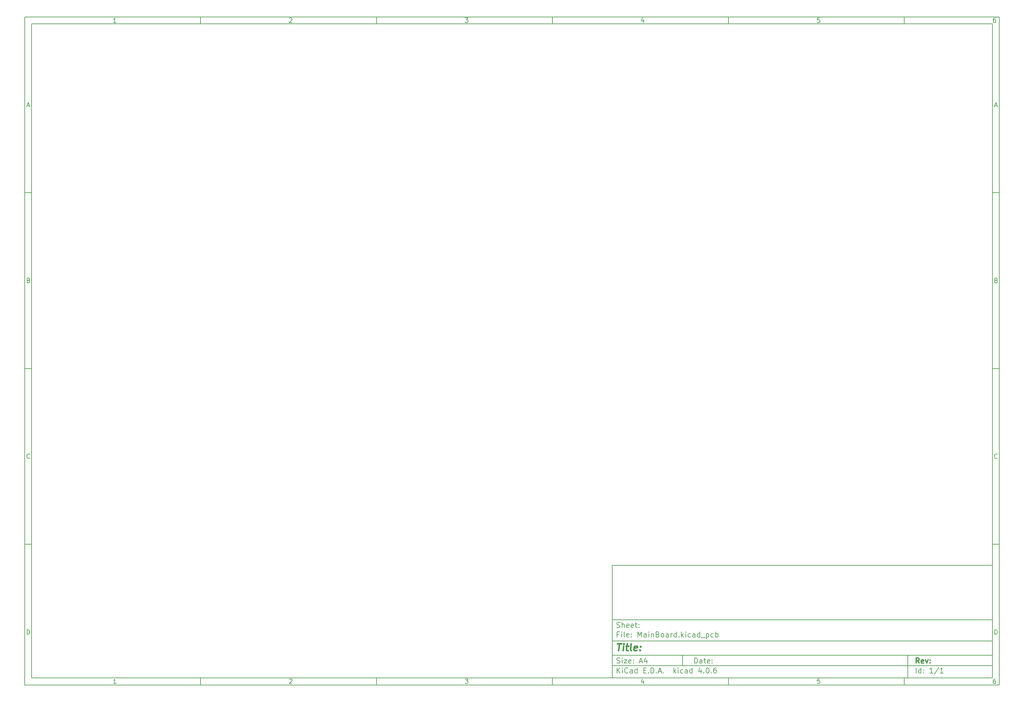
<source format=gbr>
G04 #@! TF.FileFunction,Legend,Bot*
%FSLAX46Y46*%
G04 Gerber Fmt 4.6, Leading zero omitted, Abs format (unit mm)*
G04 Created by KiCad (PCBNEW 4.0.6) date 12/21/17 12:56:11*
%MOMM*%
%LPD*%
G01*
G04 APERTURE LIST*
%ADD10C,0.100000*%
%ADD11C,0.150000*%
%ADD12C,0.300000*%
%ADD13C,0.400000*%
G04 APERTURE END LIST*
D10*
D11*
X177002200Y-166007200D02*
X177002200Y-198007200D01*
X285002200Y-198007200D01*
X285002200Y-166007200D01*
X177002200Y-166007200D01*
D10*
D11*
X10000000Y-10000000D02*
X10000000Y-200007200D01*
X287002200Y-200007200D01*
X287002200Y-10000000D01*
X10000000Y-10000000D01*
D10*
D11*
X12000000Y-12000000D02*
X12000000Y-198007200D01*
X285002200Y-198007200D01*
X285002200Y-12000000D01*
X12000000Y-12000000D01*
D10*
D11*
X60000000Y-12000000D02*
X60000000Y-10000000D01*
D10*
D11*
X110000000Y-12000000D02*
X110000000Y-10000000D01*
D10*
D11*
X160000000Y-12000000D02*
X160000000Y-10000000D01*
D10*
D11*
X210000000Y-12000000D02*
X210000000Y-10000000D01*
D10*
D11*
X260000000Y-12000000D02*
X260000000Y-10000000D01*
D10*
D11*
X35990476Y-11588095D02*
X35247619Y-11588095D01*
X35619048Y-11588095D02*
X35619048Y-10288095D01*
X35495238Y-10473810D01*
X35371429Y-10597619D01*
X35247619Y-10659524D01*
D10*
D11*
X85247619Y-10411905D02*
X85309524Y-10350000D01*
X85433333Y-10288095D01*
X85742857Y-10288095D01*
X85866667Y-10350000D01*
X85928571Y-10411905D01*
X85990476Y-10535714D01*
X85990476Y-10659524D01*
X85928571Y-10845238D01*
X85185714Y-11588095D01*
X85990476Y-11588095D01*
D10*
D11*
X135185714Y-10288095D02*
X135990476Y-10288095D01*
X135557143Y-10783333D01*
X135742857Y-10783333D01*
X135866667Y-10845238D01*
X135928571Y-10907143D01*
X135990476Y-11030952D01*
X135990476Y-11340476D01*
X135928571Y-11464286D01*
X135866667Y-11526190D01*
X135742857Y-11588095D01*
X135371429Y-11588095D01*
X135247619Y-11526190D01*
X135185714Y-11464286D01*
D10*
D11*
X185866667Y-10721429D02*
X185866667Y-11588095D01*
X185557143Y-10226190D02*
X185247619Y-11154762D01*
X186052381Y-11154762D01*
D10*
D11*
X235928571Y-10288095D02*
X235309524Y-10288095D01*
X235247619Y-10907143D01*
X235309524Y-10845238D01*
X235433333Y-10783333D01*
X235742857Y-10783333D01*
X235866667Y-10845238D01*
X235928571Y-10907143D01*
X235990476Y-11030952D01*
X235990476Y-11340476D01*
X235928571Y-11464286D01*
X235866667Y-11526190D01*
X235742857Y-11588095D01*
X235433333Y-11588095D01*
X235309524Y-11526190D01*
X235247619Y-11464286D01*
D10*
D11*
X285866667Y-10288095D02*
X285619048Y-10288095D01*
X285495238Y-10350000D01*
X285433333Y-10411905D01*
X285309524Y-10597619D01*
X285247619Y-10845238D01*
X285247619Y-11340476D01*
X285309524Y-11464286D01*
X285371429Y-11526190D01*
X285495238Y-11588095D01*
X285742857Y-11588095D01*
X285866667Y-11526190D01*
X285928571Y-11464286D01*
X285990476Y-11340476D01*
X285990476Y-11030952D01*
X285928571Y-10907143D01*
X285866667Y-10845238D01*
X285742857Y-10783333D01*
X285495238Y-10783333D01*
X285371429Y-10845238D01*
X285309524Y-10907143D01*
X285247619Y-11030952D01*
D10*
D11*
X60000000Y-198007200D02*
X60000000Y-200007200D01*
D10*
D11*
X110000000Y-198007200D02*
X110000000Y-200007200D01*
D10*
D11*
X160000000Y-198007200D02*
X160000000Y-200007200D01*
D10*
D11*
X210000000Y-198007200D02*
X210000000Y-200007200D01*
D10*
D11*
X260000000Y-198007200D02*
X260000000Y-200007200D01*
D10*
D11*
X35990476Y-199595295D02*
X35247619Y-199595295D01*
X35619048Y-199595295D02*
X35619048Y-198295295D01*
X35495238Y-198481010D01*
X35371429Y-198604819D01*
X35247619Y-198666724D01*
D10*
D11*
X85247619Y-198419105D02*
X85309524Y-198357200D01*
X85433333Y-198295295D01*
X85742857Y-198295295D01*
X85866667Y-198357200D01*
X85928571Y-198419105D01*
X85990476Y-198542914D01*
X85990476Y-198666724D01*
X85928571Y-198852438D01*
X85185714Y-199595295D01*
X85990476Y-199595295D01*
D10*
D11*
X135185714Y-198295295D02*
X135990476Y-198295295D01*
X135557143Y-198790533D01*
X135742857Y-198790533D01*
X135866667Y-198852438D01*
X135928571Y-198914343D01*
X135990476Y-199038152D01*
X135990476Y-199347676D01*
X135928571Y-199471486D01*
X135866667Y-199533390D01*
X135742857Y-199595295D01*
X135371429Y-199595295D01*
X135247619Y-199533390D01*
X135185714Y-199471486D01*
D10*
D11*
X185866667Y-198728629D02*
X185866667Y-199595295D01*
X185557143Y-198233390D02*
X185247619Y-199161962D01*
X186052381Y-199161962D01*
D10*
D11*
X235928571Y-198295295D02*
X235309524Y-198295295D01*
X235247619Y-198914343D01*
X235309524Y-198852438D01*
X235433333Y-198790533D01*
X235742857Y-198790533D01*
X235866667Y-198852438D01*
X235928571Y-198914343D01*
X235990476Y-199038152D01*
X235990476Y-199347676D01*
X235928571Y-199471486D01*
X235866667Y-199533390D01*
X235742857Y-199595295D01*
X235433333Y-199595295D01*
X235309524Y-199533390D01*
X235247619Y-199471486D01*
D10*
D11*
X285866667Y-198295295D02*
X285619048Y-198295295D01*
X285495238Y-198357200D01*
X285433333Y-198419105D01*
X285309524Y-198604819D01*
X285247619Y-198852438D01*
X285247619Y-199347676D01*
X285309524Y-199471486D01*
X285371429Y-199533390D01*
X285495238Y-199595295D01*
X285742857Y-199595295D01*
X285866667Y-199533390D01*
X285928571Y-199471486D01*
X285990476Y-199347676D01*
X285990476Y-199038152D01*
X285928571Y-198914343D01*
X285866667Y-198852438D01*
X285742857Y-198790533D01*
X285495238Y-198790533D01*
X285371429Y-198852438D01*
X285309524Y-198914343D01*
X285247619Y-199038152D01*
D10*
D11*
X10000000Y-60000000D02*
X12000000Y-60000000D01*
D10*
D11*
X10000000Y-110000000D02*
X12000000Y-110000000D01*
D10*
D11*
X10000000Y-160000000D02*
X12000000Y-160000000D01*
D10*
D11*
X10690476Y-35216667D02*
X11309524Y-35216667D01*
X10566667Y-35588095D02*
X11000000Y-34288095D01*
X11433333Y-35588095D01*
D10*
D11*
X11092857Y-84907143D02*
X11278571Y-84969048D01*
X11340476Y-85030952D01*
X11402381Y-85154762D01*
X11402381Y-85340476D01*
X11340476Y-85464286D01*
X11278571Y-85526190D01*
X11154762Y-85588095D01*
X10659524Y-85588095D01*
X10659524Y-84288095D01*
X11092857Y-84288095D01*
X11216667Y-84350000D01*
X11278571Y-84411905D01*
X11340476Y-84535714D01*
X11340476Y-84659524D01*
X11278571Y-84783333D01*
X11216667Y-84845238D01*
X11092857Y-84907143D01*
X10659524Y-84907143D01*
D10*
D11*
X11402381Y-135464286D02*
X11340476Y-135526190D01*
X11154762Y-135588095D01*
X11030952Y-135588095D01*
X10845238Y-135526190D01*
X10721429Y-135402381D01*
X10659524Y-135278571D01*
X10597619Y-135030952D01*
X10597619Y-134845238D01*
X10659524Y-134597619D01*
X10721429Y-134473810D01*
X10845238Y-134350000D01*
X11030952Y-134288095D01*
X11154762Y-134288095D01*
X11340476Y-134350000D01*
X11402381Y-134411905D01*
D10*
D11*
X10659524Y-185588095D02*
X10659524Y-184288095D01*
X10969048Y-184288095D01*
X11154762Y-184350000D01*
X11278571Y-184473810D01*
X11340476Y-184597619D01*
X11402381Y-184845238D01*
X11402381Y-185030952D01*
X11340476Y-185278571D01*
X11278571Y-185402381D01*
X11154762Y-185526190D01*
X10969048Y-185588095D01*
X10659524Y-185588095D01*
D10*
D11*
X287002200Y-60000000D02*
X285002200Y-60000000D01*
D10*
D11*
X287002200Y-110000000D02*
X285002200Y-110000000D01*
D10*
D11*
X287002200Y-160000000D02*
X285002200Y-160000000D01*
D10*
D11*
X285692676Y-35216667D02*
X286311724Y-35216667D01*
X285568867Y-35588095D02*
X286002200Y-34288095D01*
X286435533Y-35588095D01*
D10*
D11*
X286095057Y-84907143D02*
X286280771Y-84969048D01*
X286342676Y-85030952D01*
X286404581Y-85154762D01*
X286404581Y-85340476D01*
X286342676Y-85464286D01*
X286280771Y-85526190D01*
X286156962Y-85588095D01*
X285661724Y-85588095D01*
X285661724Y-84288095D01*
X286095057Y-84288095D01*
X286218867Y-84350000D01*
X286280771Y-84411905D01*
X286342676Y-84535714D01*
X286342676Y-84659524D01*
X286280771Y-84783333D01*
X286218867Y-84845238D01*
X286095057Y-84907143D01*
X285661724Y-84907143D01*
D10*
D11*
X286404581Y-135464286D02*
X286342676Y-135526190D01*
X286156962Y-135588095D01*
X286033152Y-135588095D01*
X285847438Y-135526190D01*
X285723629Y-135402381D01*
X285661724Y-135278571D01*
X285599819Y-135030952D01*
X285599819Y-134845238D01*
X285661724Y-134597619D01*
X285723629Y-134473810D01*
X285847438Y-134350000D01*
X286033152Y-134288095D01*
X286156962Y-134288095D01*
X286342676Y-134350000D01*
X286404581Y-134411905D01*
D10*
D11*
X285661724Y-185588095D02*
X285661724Y-184288095D01*
X285971248Y-184288095D01*
X286156962Y-184350000D01*
X286280771Y-184473810D01*
X286342676Y-184597619D01*
X286404581Y-184845238D01*
X286404581Y-185030952D01*
X286342676Y-185278571D01*
X286280771Y-185402381D01*
X286156962Y-185526190D01*
X285971248Y-185588095D01*
X285661724Y-185588095D01*
D10*
D11*
X200359343Y-193785771D02*
X200359343Y-192285771D01*
X200716486Y-192285771D01*
X200930771Y-192357200D01*
X201073629Y-192500057D01*
X201145057Y-192642914D01*
X201216486Y-192928629D01*
X201216486Y-193142914D01*
X201145057Y-193428629D01*
X201073629Y-193571486D01*
X200930771Y-193714343D01*
X200716486Y-193785771D01*
X200359343Y-193785771D01*
X202502200Y-193785771D02*
X202502200Y-193000057D01*
X202430771Y-192857200D01*
X202287914Y-192785771D01*
X202002200Y-192785771D01*
X201859343Y-192857200D01*
X202502200Y-193714343D02*
X202359343Y-193785771D01*
X202002200Y-193785771D01*
X201859343Y-193714343D01*
X201787914Y-193571486D01*
X201787914Y-193428629D01*
X201859343Y-193285771D01*
X202002200Y-193214343D01*
X202359343Y-193214343D01*
X202502200Y-193142914D01*
X203002200Y-192785771D02*
X203573629Y-192785771D01*
X203216486Y-192285771D02*
X203216486Y-193571486D01*
X203287914Y-193714343D01*
X203430772Y-193785771D01*
X203573629Y-193785771D01*
X204645057Y-193714343D02*
X204502200Y-193785771D01*
X204216486Y-193785771D01*
X204073629Y-193714343D01*
X204002200Y-193571486D01*
X204002200Y-193000057D01*
X204073629Y-192857200D01*
X204216486Y-192785771D01*
X204502200Y-192785771D01*
X204645057Y-192857200D01*
X204716486Y-193000057D01*
X204716486Y-193142914D01*
X204002200Y-193285771D01*
X205359343Y-193642914D02*
X205430771Y-193714343D01*
X205359343Y-193785771D01*
X205287914Y-193714343D01*
X205359343Y-193642914D01*
X205359343Y-193785771D01*
X205359343Y-192857200D02*
X205430771Y-192928629D01*
X205359343Y-193000057D01*
X205287914Y-192928629D01*
X205359343Y-192857200D01*
X205359343Y-193000057D01*
D10*
D11*
X177002200Y-194507200D02*
X285002200Y-194507200D01*
D10*
D11*
X178359343Y-196585771D02*
X178359343Y-195085771D01*
X179216486Y-196585771D02*
X178573629Y-195728629D01*
X179216486Y-195085771D02*
X178359343Y-195942914D01*
X179859343Y-196585771D02*
X179859343Y-195585771D01*
X179859343Y-195085771D02*
X179787914Y-195157200D01*
X179859343Y-195228629D01*
X179930771Y-195157200D01*
X179859343Y-195085771D01*
X179859343Y-195228629D01*
X181430772Y-196442914D02*
X181359343Y-196514343D01*
X181145057Y-196585771D01*
X181002200Y-196585771D01*
X180787915Y-196514343D01*
X180645057Y-196371486D01*
X180573629Y-196228629D01*
X180502200Y-195942914D01*
X180502200Y-195728629D01*
X180573629Y-195442914D01*
X180645057Y-195300057D01*
X180787915Y-195157200D01*
X181002200Y-195085771D01*
X181145057Y-195085771D01*
X181359343Y-195157200D01*
X181430772Y-195228629D01*
X182716486Y-196585771D02*
X182716486Y-195800057D01*
X182645057Y-195657200D01*
X182502200Y-195585771D01*
X182216486Y-195585771D01*
X182073629Y-195657200D01*
X182716486Y-196514343D02*
X182573629Y-196585771D01*
X182216486Y-196585771D01*
X182073629Y-196514343D01*
X182002200Y-196371486D01*
X182002200Y-196228629D01*
X182073629Y-196085771D01*
X182216486Y-196014343D01*
X182573629Y-196014343D01*
X182716486Y-195942914D01*
X184073629Y-196585771D02*
X184073629Y-195085771D01*
X184073629Y-196514343D02*
X183930772Y-196585771D01*
X183645058Y-196585771D01*
X183502200Y-196514343D01*
X183430772Y-196442914D01*
X183359343Y-196300057D01*
X183359343Y-195871486D01*
X183430772Y-195728629D01*
X183502200Y-195657200D01*
X183645058Y-195585771D01*
X183930772Y-195585771D01*
X184073629Y-195657200D01*
X185930772Y-195800057D02*
X186430772Y-195800057D01*
X186645058Y-196585771D02*
X185930772Y-196585771D01*
X185930772Y-195085771D01*
X186645058Y-195085771D01*
X187287915Y-196442914D02*
X187359343Y-196514343D01*
X187287915Y-196585771D01*
X187216486Y-196514343D01*
X187287915Y-196442914D01*
X187287915Y-196585771D01*
X188002201Y-196585771D02*
X188002201Y-195085771D01*
X188359344Y-195085771D01*
X188573629Y-195157200D01*
X188716487Y-195300057D01*
X188787915Y-195442914D01*
X188859344Y-195728629D01*
X188859344Y-195942914D01*
X188787915Y-196228629D01*
X188716487Y-196371486D01*
X188573629Y-196514343D01*
X188359344Y-196585771D01*
X188002201Y-196585771D01*
X189502201Y-196442914D02*
X189573629Y-196514343D01*
X189502201Y-196585771D01*
X189430772Y-196514343D01*
X189502201Y-196442914D01*
X189502201Y-196585771D01*
X190145058Y-196157200D02*
X190859344Y-196157200D01*
X190002201Y-196585771D02*
X190502201Y-195085771D01*
X191002201Y-196585771D01*
X191502201Y-196442914D02*
X191573629Y-196514343D01*
X191502201Y-196585771D01*
X191430772Y-196514343D01*
X191502201Y-196442914D01*
X191502201Y-196585771D01*
X194502201Y-196585771D02*
X194502201Y-195085771D01*
X194645058Y-196014343D02*
X195073629Y-196585771D01*
X195073629Y-195585771D02*
X194502201Y-196157200D01*
X195716487Y-196585771D02*
X195716487Y-195585771D01*
X195716487Y-195085771D02*
X195645058Y-195157200D01*
X195716487Y-195228629D01*
X195787915Y-195157200D01*
X195716487Y-195085771D01*
X195716487Y-195228629D01*
X197073630Y-196514343D02*
X196930773Y-196585771D01*
X196645059Y-196585771D01*
X196502201Y-196514343D01*
X196430773Y-196442914D01*
X196359344Y-196300057D01*
X196359344Y-195871486D01*
X196430773Y-195728629D01*
X196502201Y-195657200D01*
X196645059Y-195585771D01*
X196930773Y-195585771D01*
X197073630Y-195657200D01*
X198359344Y-196585771D02*
X198359344Y-195800057D01*
X198287915Y-195657200D01*
X198145058Y-195585771D01*
X197859344Y-195585771D01*
X197716487Y-195657200D01*
X198359344Y-196514343D02*
X198216487Y-196585771D01*
X197859344Y-196585771D01*
X197716487Y-196514343D01*
X197645058Y-196371486D01*
X197645058Y-196228629D01*
X197716487Y-196085771D01*
X197859344Y-196014343D01*
X198216487Y-196014343D01*
X198359344Y-195942914D01*
X199716487Y-196585771D02*
X199716487Y-195085771D01*
X199716487Y-196514343D02*
X199573630Y-196585771D01*
X199287916Y-196585771D01*
X199145058Y-196514343D01*
X199073630Y-196442914D01*
X199002201Y-196300057D01*
X199002201Y-195871486D01*
X199073630Y-195728629D01*
X199145058Y-195657200D01*
X199287916Y-195585771D01*
X199573630Y-195585771D01*
X199716487Y-195657200D01*
X202216487Y-195585771D02*
X202216487Y-196585771D01*
X201859344Y-195014343D02*
X201502201Y-196085771D01*
X202430773Y-196085771D01*
X203002201Y-196442914D02*
X203073629Y-196514343D01*
X203002201Y-196585771D01*
X202930772Y-196514343D01*
X203002201Y-196442914D01*
X203002201Y-196585771D01*
X204002201Y-195085771D02*
X204145058Y-195085771D01*
X204287915Y-195157200D01*
X204359344Y-195228629D01*
X204430773Y-195371486D01*
X204502201Y-195657200D01*
X204502201Y-196014343D01*
X204430773Y-196300057D01*
X204359344Y-196442914D01*
X204287915Y-196514343D01*
X204145058Y-196585771D01*
X204002201Y-196585771D01*
X203859344Y-196514343D01*
X203787915Y-196442914D01*
X203716487Y-196300057D01*
X203645058Y-196014343D01*
X203645058Y-195657200D01*
X203716487Y-195371486D01*
X203787915Y-195228629D01*
X203859344Y-195157200D01*
X204002201Y-195085771D01*
X205145058Y-196442914D02*
X205216486Y-196514343D01*
X205145058Y-196585771D01*
X205073629Y-196514343D01*
X205145058Y-196442914D01*
X205145058Y-196585771D01*
X206502201Y-195085771D02*
X206216487Y-195085771D01*
X206073630Y-195157200D01*
X206002201Y-195228629D01*
X205859344Y-195442914D01*
X205787915Y-195728629D01*
X205787915Y-196300057D01*
X205859344Y-196442914D01*
X205930772Y-196514343D01*
X206073630Y-196585771D01*
X206359344Y-196585771D01*
X206502201Y-196514343D01*
X206573630Y-196442914D01*
X206645058Y-196300057D01*
X206645058Y-195942914D01*
X206573630Y-195800057D01*
X206502201Y-195728629D01*
X206359344Y-195657200D01*
X206073630Y-195657200D01*
X205930772Y-195728629D01*
X205859344Y-195800057D01*
X205787915Y-195942914D01*
D10*
D11*
X177002200Y-191507200D02*
X285002200Y-191507200D01*
D10*
D12*
X264216486Y-193785771D02*
X263716486Y-193071486D01*
X263359343Y-193785771D02*
X263359343Y-192285771D01*
X263930771Y-192285771D01*
X264073629Y-192357200D01*
X264145057Y-192428629D01*
X264216486Y-192571486D01*
X264216486Y-192785771D01*
X264145057Y-192928629D01*
X264073629Y-193000057D01*
X263930771Y-193071486D01*
X263359343Y-193071486D01*
X265430771Y-193714343D02*
X265287914Y-193785771D01*
X265002200Y-193785771D01*
X264859343Y-193714343D01*
X264787914Y-193571486D01*
X264787914Y-193000057D01*
X264859343Y-192857200D01*
X265002200Y-192785771D01*
X265287914Y-192785771D01*
X265430771Y-192857200D01*
X265502200Y-193000057D01*
X265502200Y-193142914D01*
X264787914Y-193285771D01*
X266002200Y-192785771D02*
X266359343Y-193785771D01*
X266716485Y-192785771D01*
X267287914Y-193642914D02*
X267359342Y-193714343D01*
X267287914Y-193785771D01*
X267216485Y-193714343D01*
X267287914Y-193642914D01*
X267287914Y-193785771D01*
X267287914Y-192857200D02*
X267359342Y-192928629D01*
X267287914Y-193000057D01*
X267216485Y-192928629D01*
X267287914Y-192857200D01*
X267287914Y-193000057D01*
D10*
D11*
X178287914Y-193714343D02*
X178502200Y-193785771D01*
X178859343Y-193785771D01*
X179002200Y-193714343D01*
X179073629Y-193642914D01*
X179145057Y-193500057D01*
X179145057Y-193357200D01*
X179073629Y-193214343D01*
X179002200Y-193142914D01*
X178859343Y-193071486D01*
X178573629Y-193000057D01*
X178430771Y-192928629D01*
X178359343Y-192857200D01*
X178287914Y-192714343D01*
X178287914Y-192571486D01*
X178359343Y-192428629D01*
X178430771Y-192357200D01*
X178573629Y-192285771D01*
X178930771Y-192285771D01*
X179145057Y-192357200D01*
X179787914Y-193785771D02*
X179787914Y-192785771D01*
X179787914Y-192285771D02*
X179716485Y-192357200D01*
X179787914Y-192428629D01*
X179859342Y-192357200D01*
X179787914Y-192285771D01*
X179787914Y-192428629D01*
X180359343Y-192785771D02*
X181145057Y-192785771D01*
X180359343Y-193785771D01*
X181145057Y-193785771D01*
X182287914Y-193714343D02*
X182145057Y-193785771D01*
X181859343Y-193785771D01*
X181716486Y-193714343D01*
X181645057Y-193571486D01*
X181645057Y-193000057D01*
X181716486Y-192857200D01*
X181859343Y-192785771D01*
X182145057Y-192785771D01*
X182287914Y-192857200D01*
X182359343Y-193000057D01*
X182359343Y-193142914D01*
X181645057Y-193285771D01*
X183002200Y-193642914D02*
X183073628Y-193714343D01*
X183002200Y-193785771D01*
X182930771Y-193714343D01*
X183002200Y-193642914D01*
X183002200Y-193785771D01*
X183002200Y-192857200D02*
X183073628Y-192928629D01*
X183002200Y-193000057D01*
X182930771Y-192928629D01*
X183002200Y-192857200D01*
X183002200Y-193000057D01*
X184787914Y-193357200D02*
X185502200Y-193357200D01*
X184645057Y-193785771D02*
X185145057Y-192285771D01*
X185645057Y-193785771D01*
X186787914Y-192785771D02*
X186787914Y-193785771D01*
X186430771Y-192214343D02*
X186073628Y-193285771D01*
X187002200Y-193285771D01*
D10*
D11*
X263359343Y-196585771D02*
X263359343Y-195085771D01*
X264716486Y-196585771D02*
X264716486Y-195085771D01*
X264716486Y-196514343D02*
X264573629Y-196585771D01*
X264287915Y-196585771D01*
X264145057Y-196514343D01*
X264073629Y-196442914D01*
X264002200Y-196300057D01*
X264002200Y-195871486D01*
X264073629Y-195728629D01*
X264145057Y-195657200D01*
X264287915Y-195585771D01*
X264573629Y-195585771D01*
X264716486Y-195657200D01*
X265430772Y-196442914D02*
X265502200Y-196514343D01*
X265430772Y-196585771D01*
X265359343Y-196514343D01*
X265430772Y-196442914D01*
X265430772Y-196585771D01*
X265430772Y-195657200D02*
X265502200Y-195728629D01*
X265430772Y-195800057D01*
X265359343Y-195728629D01*
X265430772Y-195657200D01*
X265430772Y-195800057D01*
X268073629Y-196585771D02*
X267216486Y-196585771D01*
X267645058Y-196585771D02*
X267645058Y-195085771D01*
X267502201Y-195300057D01*
X267359343Y-195442914D01*
X267216486Y-195514343D01*
X269787914Y-195014343D02*
X268502200Y-196942914D01*
X271073629Y-196585771D02*
X270216486Y-196585771D01*
X270645058Y-196585771D02*
X270645058Y-195085771D01*
X270502201Y-195300057D01*
X270359343Y-195442914D01*
X270216486Y-195514343D01*
D10*
D11*
X177002200Y-187507200D02*
X285002200Y-187507200D01*
D10*
D13*
X178454581Y-188211962D02*
X179597438Y-188211962D01*
X178776010Y-190211962D02*
X179026010Y-188211962D01*
X180014105Y-190211962D02*
X180180771Y-188878629D01*
X180264105Y-188211962D02*
X180156962Y-188307200D01*
X180240295Y-188402438D01*
X180347439Y-188307200D01*
X180264105Y-188211962D01*
X180240295Y-188402438D01*
X180847438Y-188878629D02*
X181609343Y-188878629D01*
X181216486Y-188211962D02*
X181002200Y-189926248D01*
X181073630Y-190116724D01*
X181252201Y-190211962D01*
X181442677Y-190211962D01*
X182395058Y-190211962D02*
X182216487Y-190116724D01*
X182145057Y-189926248D01*
X182359343Y-188211962D01*
X183930772Y-190116724D02*
X183728391Y-190211962D01*
X183347439Y-190211962D01*
X183168867Y-190116724D01*
X183097438Y-189926248D01*
X183192676Y-189164343D01*
X183311724Y-188973867D01*
X183514105Y-188878629D01*
X183895057Y-188878629D01*
X184073629Y-188973867D01*
X184145057Y-189164343D01*
X184121248Y-189354819D01*
X183145057Y-189545295D01*
X184895057Y-190021486D02*
X184978392Y-190116724D01*
X184871248Y-190211962D01*
X184787915Y-190116724D01*
X184895057Y-190021486D01*
X184871248Y-190211962D01*
X185026010Y-188973867D02*
X185109344Y-189069105D01*
X185002200Y-189164343D01*
X184918867Y-189069105D01*
X185026010Y-188973867D01*
X185002200Y-189164343D01*
D10*
D11*
X178859343Y-185600057D02*
X178359343Y-185600057D01*
X178359343Y-186385771D02*
X178359343Y-184885771D01*
X179073629Y-184885771D01*
X179645057Y-186385771D02*
X179645057Y-185385771D01*
X179645057Y-184885771D02*
X179573628Y-184957200D01*
X179645057Y-185028629D01*
X179716485Y-184957200D01*
X179645057Y-184885771D01*
X179645057Y-185028629D01*
X180573629Y-186385771D02*
X180430771Y-186314343D01*
X180359343Y-186171486D01*
X180359343Y-184885771D01*
X181716485Y-186314343D02*
X181573628Y-186385771D01*
X181287914Y-186385771D01*
X181145057Y-186314343D01*
X181073628Y-186171486D01*
X181073628Y-185600057D01*
X181145057Y-185457200D01*
X181287914Y-185385771D01*
X181573628Y-185385771D01*
X181716485Y-185457200D01*
X181787914Y-185600057D01*
X181787914Y-185742914D01*
X181073628Y-185885771D01*
X182430771Y-186242914D02*
X182502199Y-186314343D01*
X182430771Y-186385771D01*
X182359342Y-186314343D01*
X182430771Y-186242914D01*
X182430771Y-186385771D01*
X182430771Y-185457200D02*
X182502199Y-185528629D01*
X182430771Y-185600057D01*
X182359342Y-185528629D01*
X182430771Y-185457200D01*
X182430771Y-185600057D01*
X184287914Y-186385771D02*
X184287914Y-184885771D01*
X184787914Y-185957200D01*
X185287914Y-184885771D01*
X185287914Y-186385771D01*
X186645057Y-186385771D02*
X186645057Y-185600057D01*
X186573628Y-185457200D01*
X186430771Y-185385771D01*
X186145057Y-185385771D01*
X186002200Y-185457200D01*
X186645057Y-186314343D02*
X186502200Y-186385771D01*
X186145057Y-186385771D01*
X186002200Y-186314343D01*
X185930771Y-186171486D01*
X185930771Y-186028629D01*
X186002200Y-185885771D01*
X186145057Y-185814343D01*
X186502200Y-185814343D01*
X186645057Y-185742914D01*
X187359343Y-186385771D02*
X187359343Y-185385771D01*
X187359343Y-184885771D02*
X187287914Y-184957200D01*
X187359343Y-185028629D01*
X187430771Y-184957200D01*
X187359343Y-184885771D01*
X187359343Y-185028629D01*
X188073629Y-185385771D02*
X188073629Y-186385771D01*
X188073629Y-185528629D02*
X188145057Y-185457200D01*
X188287915Y-185385771D01*
X188502200Y-185385771D01*
X188645057Y-185457200D01*
X188716486Y-185600057D01*
X188716486Y-186385771D01*
X189930772Y-185600057D02*
X190145058Y-185671486D01*
X190216486Y-185742914D01*
X190287915Y-185885771D01*
X190287915Y-186100057D01*
X190216486Y-186242914D01*
X190145058Y-186314343D01*
X190002200Y-186385771D01*
X189430772Y-186385771D01*
X189430772Y-184885771D01*
X189930772Y-184885771D01*
X190073629Y-184957200D01*
X190145058Y-185028629D01*
X190216486Y-185171486D01*
X190216486Y-185314343D01*
X190145058Y-185457200D01*
X190073629Y-185528629D01*
X189930772Y-185600057D01*
X189430772Y-185600057D01*
X191145058Y-186385771D02*
X191002200Y-186314343D01*
X190930772Y-186242914D01*
X190859343Y-186100057D01*
X190859343Y-185671486D01*
X190930772Y-185528629D01*
X191002200Y-185457200D01*
X191145058Y-185385771D01*
X191359343Y-185385771D01*
X191502200Y-185457200D01*
X191573629Y-185528629D01*
X191645058Y-185671486D01*
X191645058Y-186100057D01*
X191573629Y-186242914D01*
X191502200Y-186314343D01*
X191359343Y-186385771D01*
X191145058Y-186385771D01*
X192930772Y-186385771D02*
X192930772Y-185600057D01*
X192859343Y-185457200D01*
X192716486Y-185385771D01*
X192430772Y-185385771D01*
X192287915Y-185457200D01*
X192930772Y-186314343D02*
X192787915Y-186385771D01*
X192430772Y-186385771D01*
X192287915Y-186314343D01*
X192216486Y-186171486D01*
X192216486Y-186028629D01*
X192287915Y-185885771D01*
X192430772Y-185814343D01*
X192787915Y-185814343D01*
X192930772Y-185742914D01*
X193645058Y-186385771D02*
X193645058Y-185385771D01*
X193645058Y-185671486D02*
X193716486Y-185528629D01*
X193787915Y-185457200D01*
X193930772Y-185385771D01*
X194073629Y-185385771D01*
X195216486Y-186385771D02*
X195216486Y-184885771D01*
X195216486Y-186314343D02*
X195073629Y-186385771D01*
X194787915Y-186385771D01*
X194645057Y-186314343D01*
X194573629Y-186242914D01*
X194502200Y-186100057D01*
X194502200Y-185671486D01*
X194573629Y-185528629D01*
X194645057Y-185457200D01*
X194787915Y-185385771D01*
X195073629Y-185385771D01*
X195216486Y-185457200D01*
X195930772Y-186242914D02*
X196002200Y-186314343D01*
X195930772Y-186385771D01*
X195859343Y-186314343D01*
X195930772Y-186242914D01*
X195930772Y-186385771D01*
X196645058Y-186385771D02*
X196645058Y-184885771D01*
X196787915Y-185814343D02*
X197216486Y-186385771D01*
X197216486Y-185385771D02*
X196645058Y-185957200D01*
X197859344Y-186385771D02*
X197859344Y-185385771D01*
X197859344Y-184885771D02*
X197787915Y-184957200D01*
X197859344Y-185028629D01*
X197930772Y-184957200D01*
X197859344Y-184885771D01*
X197859344Y-185028629D01*
X199216487Y-186314343D02*
X199073630Y-186385771D01*
X198787916Y-186385771D01*
X198645058Y-186314343D01*
X198573630Y-186242914D01*
X198502201Y-186100057D01*
X198502201Y-185671486D01*
X198573630Y-185528629D01*
X198645058Y-185457200D01*
X198787916Y-185385771D01*
X199073630Y-185385771D01*
X199216487Y-185457200D01*
X200502201Y-186385771D02*
X200502201Y-185600057D01*
X200430772Y-185457200D01*
X200287915Y-185385771D01*
X200002201Y-185385771D01*
X199859344Y-185457200D01*
X200502201Y-186314343D02*
X200359344Y-186385771D01*
X200002201Y-186385771D01*
X199859344Y-186314343D01*
X199787915Y-186171486D01*
X199787915Y-186028629D01*
X199859344Y-185885771D01*
X200002201Y-185814343D01*
X200359344Y-185814343D01*
X200502201Y-185742914D01*
X201859344Y-186385771D02*
X201859344Y-184885771D01*
X201859344Y-186314343D02*
X201716487Y-186385771D01*
X201430773Y-186385771D01*
X201287915Y-186314343D01*
X201216487Y-186242914D01*
X201145058Y-186100057D01*
X201145058Y-185671486D01*
X201216487Y-185528629D01*
X201287915Y-185457200D01*
X201430773Y-185385771D01*
X201716487Y-185385771D01*
X201859344Y-185457200D01*
X202216487Y-186528629D02*
X203359344Y-186528629D01*
X203716487Y-185385771D02*
X203716487Y-186885771D01*
X203716487Y-185457200D02*
X203859344Y-185385771D01*
X204145058Y-185385771D01*
X204287915Y-185457200D01*
X204359344Y-185528629D01*
X204430773Y-185671486D01*
X204430773Y-186100057D01*
X204359344Y-186242914D01*
X204287915Y-186314343D01*
X204145058Y-186385771D01*
X203859344Y-186385771D01*
X203716487Y-186314343D01*
X205716487Y-186314343D02*
X205573630Y-186385771D01*
X205287916Y-186385771D01*
X205145058Y-186314343D01*
X205073630Y-186242914D01*
X205002201Y-186100057D01*
X205002201Y-185671486D01*
X205073630Y-185528629D01*
X205145058Y-185457200D01*
X205287916Y-185385771D01*
X205573630Y-185385771D01*
X205716487Y-185457200D01*
X206359344Y-186385771D02*
X206359344Y-184885771D01*
X206359344Y-185457200D02*
X206502201Y-185385771D01*
X206787915Y-185385771D01*
X206930772Y-185457200D01*
X207002201Y-185528629D01*
X207073630Y-185671486D01*
X207073630Y-186100057D01*
X207002201Y-186242914D01*
X206930772Y-186314343D01*
X206787915Y-186385771D01*
X206502201Y-186385771D01*
X206359344Y-186314343D01*
D10*
D11*
X177002200Y-181507200D02*
X285002200Y-181507200D01*
D10*
D11*
X178287914Y-183614343D02*
X178502200Y-183685771D01*
X178859343Y-183685771D01*
X179002200Y-183614343D01*
X179073629Y-183542914D01*
X179145057Y-183400057D01*
X179145057Y-183257200D01*
X179073629Y-183114343D01*
X179002200Y-183042914D01*
X178859343Y-182971486D01*
X178573629Y-182900057D01*
X178430771Y-182828629D01*
X178359343Y-182757200D01*
X178287914Y-182614343D01*
X178287914Y-182471486D01*
X178359343Y-182328629D01*
X178430771Y-182257200D01*
X178573629Y-182185771D01*
X178930771Y-182185771D01*
X179145057Y-182257200D01*
X179787914Y-183685771D02*
X179787914Y-182185771D01*
X180430771Y-183685771D02*
X180430771Y-182900057D01*
X180359342Y-182757200D01*
X180216485Y-182685771D01*
X180002200Y-182685771D01*
X179859342Y-182757200D01*
X179787914Y-182828629D01*
X181716485Y-183614343D02*
X181573628Y-183685771D01*
X181287914Y-183685771D01*
X181145057Y-183614343D01*
X181073628Y-183471486D01*
X181073628Y-182900057D01*
X181145057Y-182757200D01*
X181287914Y-182685771D01*
X181573628Y-182685771D01*
X181716485Y-182757200D01*
X181787914Y-182900057D01*
X181787914Y-183042914D01*
X181073628Y-183185771D01*
X183002199Y-183614343D02*
X182859342Y-183685771D01*
X182573628Y-183685771D01*
X182430771Y-183614343D01*
X182359342Y-183471486D01*
X182359342Y-182900057D01*
X182430771Y-182757200D01*
X182573628Y-182685771D01*
X182859342Y-182685771D01*
X183002199Y-182757200D01*
X183073628Y-182900057D01*
X183073628Y-183042914D01*
X182359342Y-183185771D01*
X183502199Y-182685771D02*
X184073628Y-182685771D01*
X183716485Y-182185771D02*
X183716485Y-183471486D01*
X183787913Y-183614343D01*
X183930771Y-183685771D01*
X184073628Y-183685771D01*
X184573628Y-183542914D02*
X184645056Y-183614343D01*
X184573628Y-183685771D01*
X184502199Y-183614343D01*
X184573628Y-183542914D01*
X184573628Y-183685771D01*
X184573628Y-182757200D02*
X184645056Y-182828629D01*
X184573628Y-182900057D01*
X184502199Y-182828629D01*
X184573628Y-182757200D01*
X184573628Y-182900057D01*
D10*
D11*
X197002200Y-191507200D02*
X197002200Y-194507200D01*
D10*
D11*
X261002200Y-191507200D02*
X261002200Y-198007200D01*
M02*

</source>
